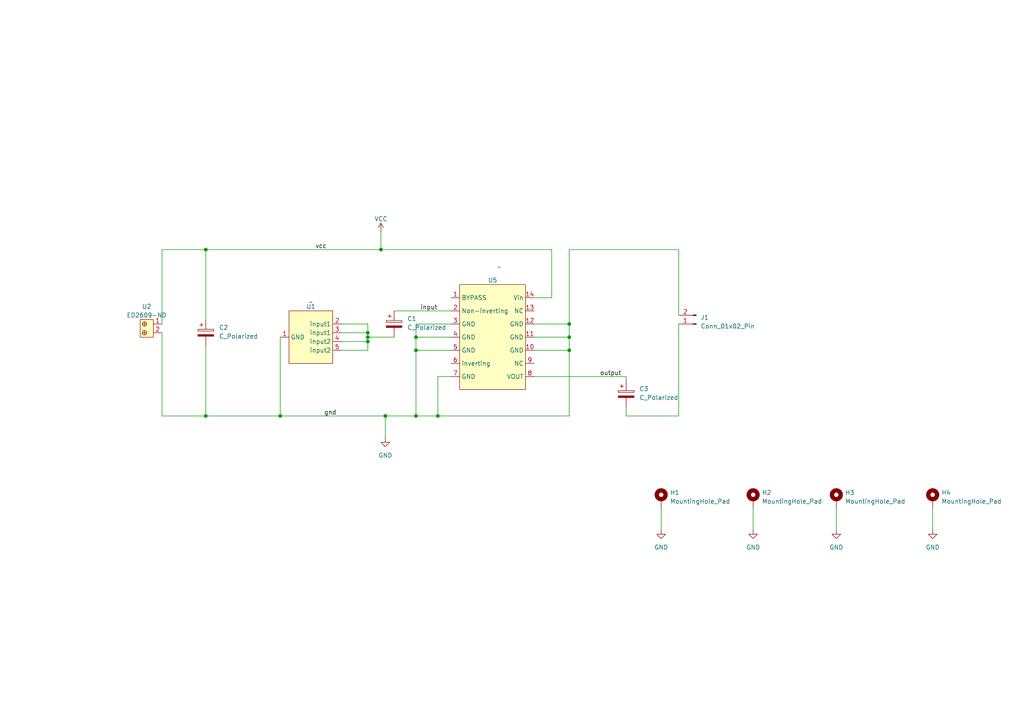
<source format=kicad_sch>
(kicad_sch (version 20230121) (generator eeschema)
  (paper "A4")
  (title_block (title "LM380_amplifier") (date "2023-04-30") (rev "V1"))
  (lib_symbols
    (symbol "3.5mm_socket:3.5mm_tht_socket"
      (property "Reference" "U" (at 0 8.89 0))
      (symbol "3.5mm_tht_socket_1_1"
        (rectangle (start -6.35 6.35) (end 6.35 -8.89) (fill (type background)))
        (pin input line (at -8.89 -1.27 0) (length 2.54) (name "GND") (number "1"))
        (pin input line (at 8.89 2.54 180) (length 2.54) (name "input1") (number "2"))
        (pin input line (at 8.89 0 180) (length 2.54) (name "input1") (number "3"))
        (pin input line (at 8.89 -2.54 180) (length 2.54) (name "input2") (number "4"))
        (pin input line (at 8.89 -5.08 180) (length 2.54) (name "input2") (number "5"))
      )
    )
    (symbol "Connector:Conn_01x02_Pin" (pin_names (offset 1.016) hide)
      (property "Reference" "J" (at 0 2.54 0))
      (property "Value" "Conn_01x02_Pin" (at 0 -5.08 0))
      (symbol "Conn_01x02_Pin_1_1"
        (polyline (pts (xy 1.27 -2.54) (xy 0.8636 -2.54)) (stroke (width 0.1524)))
        (polyline (pts (xy 1.27 0) (xy 0.8636 0)) (stroke (width 0.1524)))
        (rectangle (start 0.8636 -2.413) (end 0 -2.667) (stroke (width 0.1524)) (fill (type outline)))
        (rectangle (start 0.8636 0.127) (end 0 -0.127) (stroke (width 0.1524)) (fill (type outline)))
        (pin passive line (at 5.08 0 180) (length 3.81) (name "Pin_1") (number "1"))
        (pin passive line (at 5.08 -2.54 180) (length 3.81) (name "Pin_2") (number "2"))
      )
    )
    (symbol "Device:C_Polarized" (pin_numbers hide) (pin_names (offset 0.254))
      (property "Reference" "C" (at 0.635 2.54 0))
      (property "Value" "C_Polarized" (at 0.635 -2.54 0))
      (symbol "C_Polarized_0_1"
        (rectangle (start -2.286 0.508) (end 2.286 1.016))
        (polyline (pts (xy -1.778 2.286) (xy -0.762 2.286)))
        (polyline (pts (xy -1.27 2.794) (xy -1.27 1.778)))
        (rectangle (start 2.286 -0.508) (end -2.286 -1.016) (fill (type outline)))
      )
      (symbol "C_Polarized_1_1"
        (pin passive line (at 0 3.81 270) (length 2.794) (name "~") (number "1"))
        (pin passive line (at 0 -3.81 90) (length 2.794) (name "~") (number "2"))
      )
    )
    (symbol "Mechanical:MountingHole_Pad" (pin_numbers hide) (pin_names (offset 1.016) hide)
      (property "Reference" "H" (at 0 6.35 0))
      (property "Value" "MountingHole_Pad" (at 0 4.445 0))
      (symbol "MountingHole_Pad_0_1"
        (circle (center 0 1.27) (radius 1.27) (stroke (width 1.27)))
      )
      (symbol "MountingHole_Pad_1_1"
        (pin input line (at 0 -2.54 90) (length 2.54) (name "1") (number "1"))
      )
    )
    (symbol "custom_lm380_ic_symbol:LM380_ic"
      (property "Reference" "U" (at 2.54 19.05 0))
      (symbol "LM380_ic_1_1"
        (rectangle (start -8.89 13.97) (end 10.16 -16.51) (fill (type background)))
        (pin input line (at -11.43 10.16 0) (length 2.54) (name "BYPASS") (number "1"))
        (pin input line (at 12.7 -5.08 180) (length 2.54) (name "GND") (number "10"))
        (pin input line (at 12.7 -1.27 180) (length 2.54) (name "GND") (number "11"))
        (pin input line (at 12.7 2.54 180) (length 2.54) (name "GND") (number "12"))
        (pin input line (at 12.7 6.35 180) (length 2.54) (name "NC") (number "13"))
        (pin input line (at 12.7 10.16 180) (length 2.54) (name "Vin") (number "14"))
        (pin input line (at -11.43 6.35 0) (length 2.54) (name "Non-inverting") (number "2"))
        (pin input line (at -11.43 2.54 0) (length 2.54) (name "GND") (number "3"))
        (pin input line (at -11.43 -1.27 0) (length 2.54) (name "GND") (number "4"))
        (pin input line (at -11.43 -5.08 0) (length 2.54) (name "GND") (number "5"))
        (pin input line (at -11.43 -8.89 0) (length 2.54) (name "inverting") (number "6"))
        (pin input line (at -11.43 -12.7 0) (length 2.54) (name "GND") (number "7"))
        (pin input line (at 12.7 -12.7 180) (length 2.54) (name "VOUT") (number "8"))
        (pin input line (at 12.7 -8.89 180) (length 2.54) (name "NC") (number "9"))
      )
    )
    (symbol "ed2609-nd:ED2609-ND" (pin_names (offset 1.016))
      (property "Reference" "U" (at -2.54 -1.27 0))
      (property "Value" "ED2609-ND" (at 1.27 -5.08 0))
      (symbol "ED2609-ND_1_1"
        (rectangle (start -1.27 0) (end 3.81 -3.81) (fill (type background)))
        (circle (center 0 -2.54) (radius 0.635))
        (polyline (pts (xy 0 -1.905) (xy 0 -3.175)))
        (polyline (pts (xy 0.635 -2.54) (xy -0.635 -2.54)))
        (polyline (pts (xy 1.905 -2.54) (xy 3.175 -2.54)))
        (polyline (pts (xy 2.54 -1.905) (xy 2.54 -3.175)))
        (circle (center 2.54 -2.54) (radius 0.635))
        (pin passive line (at 0 2.54 270) (length 2.54) (name "~") (number "1"))
        (pin passive line (at 2.54 2.54 270) (length 2.54) (name "~") (number "2"))
      )
    )
    (symbol "power:GND" (power) (pin_names (offset 0))
      (property "Value" "GND" (at 0 -3.81 0))
      (symbol "GND_0_1"
        (polyline (pts (xy 0 0) (xy 0 -1.27) (xy 1.27 -1.27) (xy 0 -2.54) (xy -1.27 -1.27) (xy 0 -1.27)))
      )
      (symbol "GND_1_1"
        (pin power_in line (at 0 0 270) (length 0) hide (name "GND") (number "1"))
      )
    )
    (symbol "power:VCC" (power) (pin_names (offset 0))
      (property "Value" "VCC" (at 0 3.81 0))
      (symbol "VCC_0_1"
        (polyline (pts (xy -0.762 1.27) (xy 0 2.54)))
        (polyline (pts (xy 0 0) (xy 0 2.54)))
        (polyline (pts (xy 0 2.54) (xy 0.762 1.27)))
      )
      (symbol "VCC_1_1"
        (pin power_in line (at 0 0 90) (length 0) hide (name "VCC") (number "1"))
      )
    )
  )
  (junction (at 106.68 97.79))
  (junction (at 120.65 101.6))
  (junction (at 165.1 97.79))
  (junction (at 106.68 96.52))
  (junction (at 110.49 72.39))
  (junction (at 59.69 120.65))
  (junction (at 111.76 120.65))
  (junction (at 59.69 72.39))
  (junction (at 81.28 120.65))
  (junction (at 165.1 93.98))
  (junction (at 120.65 120.65))
  (junction (at 120.65 97.79))
  (junction (at 106.68 99.06))
  (junction (at 127 120.65))
  (junction (at 165.1 101.6))
  (wire (pts (xy 120.65 97.79) (xy 130.81 97.79)))
  (wire (pts (xy 154.94 109.22) (xy 181.61 109.22)))
  (wire (pts (xy 130.81 93.98) (xy 120.65 93.98)))
  (wire (pts (xy 106.68 93.98) (xy 99.06 93.98)))
  (wire (pts (xy 181.61 120.65) (xy 196.85 120.65)))
  (wire (pts (xy 114.3 90.17) (xy 130.81 90.17)))
  (wire (pts (xy 218.44 147.32) (xy 218.44 153.67)))
  (wire (pts (xy 196.85 120.65) (xy 196.85 93.98)))
  (wire (pts (xy 127 120.65) (xy 120.65 120.65)))
  (wire (pts (xy 154.94 93.98) (xy 165.1 93.98)))
  (wire (pts (xy 160.02 86.36) (xy 160.02 72.39)))
  (wire (pts (xy 160.02 72.39) (xy 110.49 72.39)))
  (wire (pts (xy 81.28 120.65) (xy 111.76 120.65)))
  (wire (pts (xy 120.65 97.79) (xy 120.65 101.6)))
  (wire (pts (xy 106.68 96.52) (xy 106.68 93.98)))
  (wire (pts (xy 191.77 147.32) (xy 191.77 153.67)))
  (wire (pts (xy 99.06 99.06) (xy 106.68 99.06)))
  (wire (pts (xy 196.85 72.39) (xy 165.1 72.39)))
  (wire (pts (xy 270.51 147.32) (xy 270.51 153.67)))
  (wire (pts (xy 165.1 101.6) (xy 154.94 101.6)))
  (wire (pts (xy 165.1 120.65) (xy 127 120.65)))
  (wire (pts (xy 165.1 97.79) (xy 165.1 101.6)))
  (wire (pts (xy 120.65 101.6) (xy 120.65 120.65)))
  (wire (pts (xy 106.68 101.6) (xy 106.68 99.06)))
  (wire (pts (xy 59.69 100.33) (xy 59.69 120.65)))
  (wire (pts (xy 165.1 97.79) (xy 154.94 97.79)))
  (wire (pts (xy 154.94 86.36) (xy 160.02 86.36)))
  (wire (pts (xy 165.1 101.6) (xy 165.1 120.65)))
  (wire (pts (xy 111.76 120.65) (xy 120.65 120.65)))
  (wire (pts (xy 59.69 120.65) (xy 81.28 120.65)))
  (wire (pts (xy 181.61 109.22) (xy 181.61 110.49)))
  (wire (pts (xy 106.68 97.79) (xy 106.68 96.52)))
  (wire (pts (xy 81.28 120.65) (xy 81.28 97.79)))
  (wire (pts (xy 114.3 97.79) (xy 106.68 97.79)))
  (wire (pts (xy 46.99 120.65) (xy 59.69 120.65)))
  (wire (pts (xy 46.99 93.98) (xy 46.99 72.39)))
  (wire (pts (xy 165.1 93.98) (xy 165.1 97.79)))
  (wire (pts (xy 120.65 101.6) (xy 130.81 101.6)))
  (wire (pts (xy 242.57 147.32) (xy 242.57 153.67)))
  (wire (pts (xy 181.61 118.11) (xy 181.61 120.65)))
  (wire (pts (xy 99.06 96.52) (xy 106.68 96.52)))
  (wire (pts (xy 196.85 91.44) (xy 196.85 72.39)))
  (wire (pts (xy 46.99 72.39) (xy 59.69 72.39)))
  (wire (pts (xy 165.1 72.39) (xy 165.1 93.98)))
  (wire (pts (xy 127 109.22) (xy 127 120.65)))
  (wire (pts (xy 99.06 101.6) (xy 106.68 101.6)))
  (wire (pts (xy 59.69 72.39) (xy 59.69 92.71)))
  (wire (pts (xy 106.68 99.06) (xy 106.68 97.79)))
  (wire (pts (xy 110.49 72.39) (xy 59.69 72.39)))
  (wire (pts (xy 111.76 120.65) (xy 111.76 127)))
  (wire (pts (xy 130.81 109.22) (xy 127 109.22)))
  (wire (pts (xy 120.65 93.98) (xy 120.65 97.79)))
  (wire (pts (xy 46.99 96.52) (xy 46.99 120.65)))
  (wire (pts (xy 110.49 67.31) (xy 110.49 72.39)))
  (label "output" (at 173.99 109.22 0))
  (label "input" (at 121.92 90.17 0))
  (label "gnd" (at 93.98 120.65 0))
  (label "vcc" (at 91.44 72.39 0))
  (symbol (lib_id "custom_lm380_ic_symbol:LM380_ic") (at 142.24 96.52 0) (unit 1)
    (property "Reference" "U5" (at 142.875 81.28 0))
    (property "Value" "~" (at 144.78 77.47 0))
    (property "Footprint" "custom_LM380_footprint:LM380_custom" (effects hide))
  )
  (symbol (lib_id "power:GND") (at 218.44 153.67 0) (unit 1)
    (property "Reference" "#PWR04" (effects hide))
    (property "Value" "GND" (at 218.44 158.75 0))
  )
  (symbol (lib_id "3.5mm_socket:3.5mm_tht_socket") (at 90.17 96.52 0) (unit 1)
    (property "Reference" "U1" (at 90.17 88.9 0))
    (property "Value" "~" (at 90.17 87.63 0))
    (property "Footprint" "3.5mm_socket_PJ324-M_footprint:3.5mm_PJ324-M" (effects hide))
  )
  (symbol (lib_id "Device:C_Polarized") (at 114.3 93.98 0) (unit 1)
    (property "Reference" "C1" (at 118.11 92.456 0) (effects (justify left)))
    (property "Value" "C_Polarized" (at 118.11 94.996 0) (effects (justify left)))
    (property "Footprint" "Capacitor_THT:CP_Radial_D5.0mm_P2.50mm" (effects hide))
  )
  (symbol (lib_id "power:GND") (at 242.57 153.67 0) (unit 1)
    (property "Reference" "#PWR05" (effects hide))
    (property "Value" "GND" (at 242.57 158.75 0))
  )
  (symbol (lib_id "Device:C_Polarized") (at 181.61 114.3 0) (unit 1)
    (property "Reference" "C3" (at 185.42 112.776 0) (effects (justify left)))
    (property "Value" "C_Polarized" (at 185.42 115.316 0) (effects (justify left)))
    (property "Footprint" "Capacitor_THT:CP_Radial_D10.0mm_P5.00mm" (effects hide))
  )
  (symbol (lib_id "Mechanical:MountingHole_Pad") (at 270.51 144.78 0) (unit 1)
    (property "Reference" "H4" (at 273.05 142.875 0) (effects (justify left)))
    (property "Value" "MountingHole_Pad" (at 273.05 145.415 0) (effects (justify left)))
    (property "Footprint" "MountingHole:MountingHole_2.5mm_Pad" (effects hide))
  )
  (symbol (lib_id "power:GND") (at 270.51 153.67 0) (unit 1)
    (property "Reference" "#PWR06" (effects hide))
    (property "Value" "GND" (at 270.51 158.75 0))
  )
  (symbol (lib_id "Mechanical:MountingHole_Pad") (at 191.77 144.78 0) (unit 1)
    (property "Reference" "H1" (at 194.31 142.875 0) (effects (justify left)))
    (property "Value" "MountingHole_Pad" (at 194.31 145.415 0) (effects (justify left)))
    (property "Footprint" "MountingHole:MountingHole_2.5mm_Pad" (effects hide))
  )
  (symbol (lib_id "power:GND") (at 111.76 127 0) (unit 1)
    (property "Reference" "#PWR01" (effects hide))
    (property "Value" "GND" (at 111.76 132.08 0))
  )
  (symbol (lib_id "power:GND") (at 191.77 153.67 0) (unit 1)
    (property "Reference" "#PWR03" (effects hide))
    (property "Value" "GND" (at 191.77 158.75 0))
  )
  (symbol (lib_id "Device:C_Polarized") (at 59.69 96.52 0) (unit 1)
    (property "Reference" "C2" (at 63.5 94.996 0) (effects (justify left)))
    (property "Value" "C_Polarized" (at 63.5 97.536 0) (effects (justify left)))
    (property "Footprint" "Capacitor_THT:CP_Radial_D10.0mm_P5.00mm" (effects hide))
  )
  (symbol (lib_id "Connector:Conn_01x02_Pin") (at 201.93 93.98 180) (unit 1)
    (property "Reference" "J1" (at 203.2 92.075 0) (effects (justify right)))
    (property "Value" "Conn_01x02_Pin" (at 203.2 94.615 0) (effects (justify right)))
    (property "Footprint" "Connector_JST:JST_XH_B2B-XH-A_1x02_P2.50mm_Vertical" (effects hide))
  )
  (symbol (lib_id "power:VCC") (at 110.49 67.31 0) (unit 1)
    (property "Reference" "#PWR02" (effects hide))
    (property "Value" "VCC" (at 110.49 63.5 0))
  )
  (symbol (lib_id "ed2609-nd:ED2609-ND") (at 44.45 93.98 270) (unit 1)
    (property "Reference" "U2" (at 42.545 88.9 90))
    (property "Value" "ED2609-ND" (at 42.545 91.44 90))
    (property "Footprint" "TerminalBlock:TerminalBlock_bornier-2_P5.08mm" (effects hide))
  )
  (symbol (lib_id "Mechanical:MountingHole_Pad") (at 242.57 144.78 0) (unit 1)
    (property "Reference" "H3" (at 245.11 142.875 0) (effects (justify left)))
    (property "Value" "MountingHole_Pad" (at 245.11 145.415 0) (effects (justify left)))
    (property "Footprint" "MountingHole:MountingHole_2.5mm_Pad" (effects hide))
  )
  (symbol (lib_id "Mechanical:MountingHole_Pad") (at 218.44 144.78 0) (unit 1)
    (property "Reference" "H2" (at 220.98 142.875 0) (effects (justify left)))
    (property "Value" "MountingHole_Pad" (at 220.98 145.415 0) (effects (justify left)))
    (property "Footprint" "MountingHole:MountingHole_2.5mm_Pad" (effects hide))
  )
)
</source>
